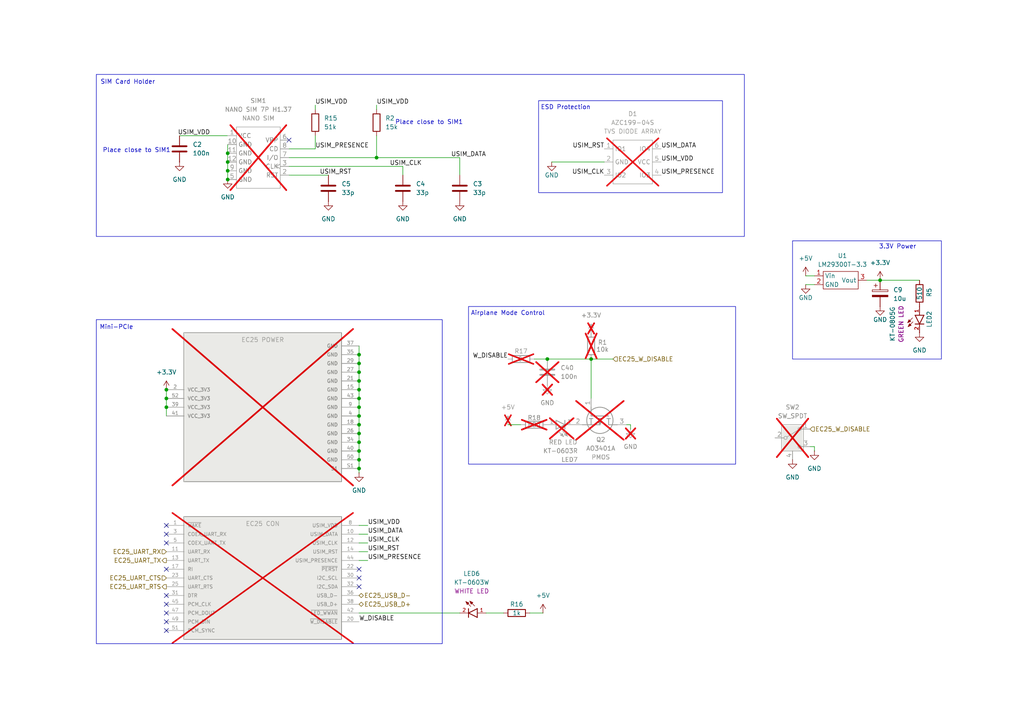
<source format=kicad_sch>
(kicad_sch (version 20250114) (generator "eeschema") (generator_version "9.0")
  (paper "A4")
  (title_block (title "LTE Link") (rev "v0.1") (company "UBCO Aerospace") (comment 1 "Author: Felix Perron"))
  (lib_symbols
    (symbol "Device:C" (pin_numbers (hide yes)) (pin_names (offset 0.254))
      (property "Reference" "C" (at 0.635 2.54 0))
      (property "Value" "C" (at 0.635 -2.54 0))
      (symbol "C_0_1"
        (polyline (pts (xy -2.032 0.762) (xy 2.032 0.762)) (stroke (width 0.508)))
        (polyline (pts (xy -2.032 -0.762) (xy 2.032 -0.762)) (stroke (width 0.508)))
      )
      (symbol "C_1_1"
        (pin passive line (at 0 3.81 270) (length 2.794) (name "~") (number "1"))
        (pin passive line (at 0 -3.81 90) (length 2.794) (name "~") (number "2"))
      )
    )
    (symbol "Device:C_Polarized" (pin_numbers (hide yes)) (pin_names (offset 0.254))
      (property "Reference" "C" (at 0.635 2.54 0))
      (property "Value" "C_Polarized" (at 0.635 -2.54 0))
      (symbol "C_Polarized_0_1"
        (rectangle (start -2.286 0.508) (end 2.286 1.016))
        (polyline (pts (xy -1.778 2.286) (xy -0.762 2.286)))
        (polyline (pts (xy -1.27 2.794) (xy -1.27 1.778)))
        (rectangle (start 2.286 -0.508) (end -2.286 -1.016) (fill (type outline)))
      )
      (symbol "C_Polarized_1_1"
        (pin passive line (at 0 3.81 270) (length 2.794) (name "~") (number "1"))
        (pin passive line (at 0 -3.81 90) (length 2.794) (name "~") (number "2"))
      )
    )
    (symbol "Device:R" (pin_numbers (hide yes)) (pin_names (offset 0))
      (property "Reference" "R" (at 2.032 0 90))
      (property "Value" "R" (at 0 0 90))
      (symbol "R_0_1"
        (rectangle (start -1.016 -2.54) (end 1.016 2.54) (stroke (width 0.254)))
      )
      (symbol "R_1_1"
        (pin passive line (at 0 3.81 270) (length 1.27) (name "~") (number "1"))
        (pin passive line (at 0 -3.81 90) (length 1.27) (name "~") (number "2"))
      )
    )
    (symbol "LTELink:GREEN LED" (pin_names (hide yes))
      (property "Reference" "LED" (at -4.318 9.144 0))
      (property "Value" "KT-0805G" (at -4.318 6.604 0))
      (property "Name" "GREEN LED" (at 1.016 4.826 0))
      (symbol "GREEN LED_0_0"
        (polyline (pts (xy -0.762 3.302) (xy 0.127 2.921) (xy -0.381 2.413) (xy -0.762 3.302)) (stroke (width 0.1524)) (fill (type outline)))
        (polyline (pts (xy 0 0) (xy 0 1.27)) (stroke (width 0.254)))
        (polyline (pts (xy 0 0) (xy 2.54 1.27)) (stroke (width 0.254)))
        (polyline (pts (xy 0 -1.27) (xy 0 0)) (stroke (width 0.254)))
        (polyline (pts (xy 0.381 3.429) (xy 1.27 3.048) (xy 0.762 2.54) (xy 0.381 3.429)) (stroke (width 0.1524)) (fill (type outline)))
        (polyline (pts (xy 0.635 1.905) (xy -0.762 3.302)) (stroke (width 0.1524)))
        (polyline (pts (xy 1.778 2.032) (xy 0.381 3.429)) (stroke (width 0.1524)))
        (polyline (pts (xy 2.54 -1.27) (xy 0 0)) (stroke (width 0.254)))
        (polyline (pts (xy 2.54 -1.27) (xy 2.54 1.27)) (stroke (width 0.254)))
      )
      (symbol "GREEN LED_1_0"
        (pin passive line (at -2.54 0 0) (length 2.54) (name "") (number "2"))
        (pin passive line (at 5.08 0 180) (length 2.54) (name "") (number "1"))
      )
    )
    (symbol "LTELink:LM29300T-3.3"
      (property "Reference" "U" (at 0 0 0))
      (property "Value" "LM29300T-3.3" (at 0 0 0))
      (symbol "LM29300T-3.3_0_1"
        (rectangle (start -2.54 1.27) (end 7.62 -3.81))
      )
      (symbol "LM29300T-3.3_1_1"
        (pin power_in line (at -5.08 0 0) (length 2.54) (name "Vin") (number "1"))
        (pin power_in line (at -5.08 -2.54 0) (length 2.54) (name "GND") (number "2"))
        (pin power_in line (at 10.16 -1.27 180) (length 2.54) (name "Vout") (number "3"))
      )
    )
    (symbol "LTELink:MINI PCIE" (pin_names (offset 1.016))
      (symbol "MINI PCIE_1_0"
        (rectangle (start -22.86 7.62) (end 22.86 -33.02) (stroke (width 0.254)) (fill (type background)))
        (pin power_in line (at -27.94 -8.89 0) (length 5.08) (name "VCC_3V3") (number "2"))
        (pin power_in line (at -27.94 -11.43 0) (length 5.08) (name "VCC_3V3") (number "52"))
        (pin power_in line (at -27.94 -13.97 0) (length 5.08) (name "VCC_3V3") (number "39"))
        (pin power_in line (at -27.94 -16.51 0) (length 5.08) (name "VCC_3V3") (number "41"))
        (pin power_in line (at 27.94 3.81 180) (length 5.08) (name "GND") (number "37"))
        (pin power_in line (at 27.94 1.27 180) (length 5.08) (name "GND") (number "35"))
        (pin power_in line (at 27.94 -1.27 180) (length 5.08) (name "GND") (number "29"))
        (pin power_in line (at 27.94 -3.81 180) (length 5.08) (name "GND") (number "27"))
        (pin power_in line (at 27.94 -6.35 180) (length 5.08) (name "GND") (number "21"))
        (pin power_in line (at 27.94 -8.89 180) (length 5.08) (name "GND") (number "15"))
        (pin power_in line (at 27.94 -11.43 180) (length 5.08) (name "GND") (number "43"))
        (pin power_in line (at 27.94 -13.97 180) (length 5.08) (name "GND") (number "9"))
        (pin power_in line (at 27.94 -16.51 180) (length 5.08) (name "GND") (number "4"))
        (pin power_in line (at 27.94 -19.05 180) (length 5.08) (name "GND") (number "18"))
        (pin power_in line (at 27.94 -21.59 180) (length 5.08) (name "GND") (number "26"))
        (pin power_in line (at 27.94 -24.13 180) (length 5.08) (name "GND") (number "34"))
        (pin power_in line (at 27.94 -26.67 180) (length 5.08) (name "GND") (number "40"))
        (pin power_in line (at 27.94 -29.21 180) (length 5.08) (name "GND") (number "50"))
      )
      (symbol "MINI PCIE_1_1"
        (text "EC25 POWER" (at 0 5.588 0) (effects (font (size 1.27 1.27))))
      )
      (symbol "MINI PCIE_2_0"
        (rectangle (start -22.86 34.29) (end 22.86 -1.27) (stroke (width 0.254)) (fill (type background)))
        (pin open_collector line (at -27.94 31.75 0) (length 5.08) (name "~{WAKE}") (number "1"))
        (pin input line (at -27.94 29.21 0) (length 5.08) (name "COEX_UART_RX") (number "3"))
        (pin output line (at -27.94 26.67 0) (length 5.08) (name "COEX_UART_TX") (number "5"))
        (pin input line (at -27.94 24.13 0) (length 5.08) (name "UART_RX") (number "11"))
        (pin output line (at -27.94 21.59 0) (length 5.08) (name "UART_TX") (number "13"))
        (pin output line (at -27.94 19.05 0) (length 5.08) (name "RI") (number "17"))
        (pin input line (at -27.94 16.51 0) (length 5.08) (name "UART_CTS") (number "23"))
        (pin output line (at -27.94 13.97 0) (length 5.08) (name "UART_RTS") (number "25"))
        (pin input line (at -27.94 11.43 0) (length 5.08) (name "DTR") (number "31"))
        (pin bidirectional line (at -27.94 8.89 0) (length 5.08) (name "PCM_CLK") (number "45"))
        (pin output line (at -27.94 6.35 0) (length 5.08) (name "PCM_DOUT") (number "47"))
        (pin input line (at -27.94 3.81 0) (length 5.08) (name "PCM_DIN") (number "49"))
        (pin bidirectional line (at -27.94 1.27 0) (length 5.08) (name "PCM_SYNC") (number "51"))
        (pin power_out line (at 27.94 31.75 180) (length 5.08) (name "USIM_VDD") (number "8"))
        (pin bidirectional line (at 27.94 29.21 180) (length 5.08) (name "USIM_DATA") (number "10"))
        (pin output line (at 27.94 26.67 180) (length 5.08) (name "USIM_CLK") (number "12"))
        (pin output line (at 27.94 24.13 180) (length 5.08) (name "USIM_RST") (number "14"))
        (pin input line (at 27.94 21.59 180) (length 5.08) (name "USIM_PRESENCE") (number "44"))
        (pin input line (at 27.94 19.05 180) (length 5.08) (name "~{PERST}") (number "22"))
        (pin output line (at 27.94 16.51 180) (length 5.08) (name "I2C_SCL") (number "30"))
        (pin bidirectional line (at 27.94 13.97 180) (length 5.08) (name "I2C_SDA") (number "32"))
        (pin bidirectional line (at 27.94 11.43 180) (length 5.08) (name "USB_D-") (number "36"))
        (pin bidirectional line (at 27.94 8.89 180) (length 5.08) (name "USB_D+") (number "38"))
        (pin open_collector line (at 27.94 6.35 180) (length 5.08) (name "~{LED_WWAN}") (number "42"))
        (pin input line (at 27.94 3.81 180) (length 5.08) (name "~{W_DISABLE}") (number "20"))
        (pin no_connect line (at 59.69 -20.32 0) (length 5.08) (hide yes) (name "RESERVED") (number "33"))
        (pin no_connect line (at 59.69 -22.86 0) (length 5.08) (hide yes) (name "RESERVED") (number "19"))
        (pin no_connect line (at 59.69 -25.4 0) (length 5.08) (hide yes) (name "RESERVED") (number "7"))
        (pin no_connect line (at 59.69 -27.94 0) (length 5.08) (hide yes) (name "NC") (number "48"))
        (pin no_connect line (at 59.69 -30.48 0) (length 5.08) (hide yes) (name "RESERVED") (number "46"))
        (pin no_connect line (at 59.69 -33.02 0) (length 5.08) (hide yes) (name "NC") (number "6"))
        (pin no_connect line (at 59.69 -35.56 0) (length 5.08) (hide yes) (name "RESERVED") (number "16"))
        (pin no_connect line (at 59.69 -38.1 0) (length 5.08) (hide yes) (name "NC") (number "28"))
        (pin no_connect line (at 59.69 -40.64 0) (length 5.08) (hide yes) (name "RESERVED") (number "24"))
      )
      (symbol "MINI PCIE_2_1"
        (text "EC25 CON" (at 0 32.258 0) (effects (font (size 1.27 1.27))))
      )
    )
    (symbol "LTELink:NANO SIM"
      (property "Reference" "SIM" (at -4.826 9.906 0))
      (property "Value" "NANO SIM 7P H1.37" (at 0.254 -10.16 0))
      (property "Name" "NANO SIM" (at 0.254 -12.192 0))
      (symbol "NANO SIM_1_0"
        (rectangle (start -6.35 -8.89) (end 6.35 8.89))
        (pin power_in line (at -8.89 6.35 0) (length 2.54) (name "VCC") (number "1"))
        (pin power_in line (at -8.89 3.81 0) (length 2.54) (name "GND") (number "10"))
        (pin power_in line (at -8.89 1.27 0) (length 2.54) (name "GND") (number "11"))
        (pin power_in line (at -8.89 -1.27 0) (length 2.54) (name "GND") (number "12"))
        (pin power_in line (at -8.89 -3.81 0) (length 2.54) (name "GND") (number "9"))
        (pin power_in line (at -8.89 -6.35 0) (length 2.54) (name "GND") (number "5"))
        (pin power_in line (at 8.89 5.08 180) (length 2.54) (name "VPP") (number "6"))
        (pin passive line (at 8.89 2.54 180) (length 2.54) (name "CD") (number "8"))
        (pin bidirectional line (at 8.89 0 180) (length 2.54) (name "I/O") (number "7"))
        (pin input clock (at 8.89 -2.54 180) (length 2.54) (name "CLK") (number "3"))
        (pin passive line (at 8.89 -5.08 180) (length 2.54) (name "RST") (number "2"))
      )
    )
    (symbol "LTELink:PMOS" (pin_names (hide yes))
      (property "Reference" "Q" (at 11.43 3.81 0))
      (property "Value" "AO3401A" (at 11.43 1.27 0))
      (property "Name" "PMOS" (at 14.224 -2.032 0))
      (symbol "PMOS_1_1"
        (polyline (pts (xy 2.54 0) (xy 5.08 0)) (stroke (width 0.254)))
        (polyline (pts (xy 5.08 5.08) (xy 5.08 0)) (stroke (width 0.254)))
        (polyline (pts (xy 5.842 5.588) (xy 5.842 4.572)) (stroke (width 0.254)))
        (polyline (pts (xy 5.842 2.032) (xy 5.842 3.048)) (stroke (width 0.254)))
        (polyline (pts (xy 5.842 0) (xy 7.62 0)) (stroke (width 0.254)))
        (polyline (pts (xy 5.842 -0.508) (xy 5.842 0.508)) (stroke (width 0.254)))
        (circle (center 6.35 2.54) (radius 3.81) (stroke (width 0.254)))
        (polyline (pts (xy 7.62 5.08) (xy 5.842 5.08)) (stroke (width 0.254)))
        (polyline (pts (xy 7.62 5.08) (xy 7.62 7.62)) (stroke (width 0.254)))
        (polyline (pts (xy 7.62 2.54) (xy 5.842 2.54)) (stroke (width 0.254)))
        (polyline (pts (xy 7.62 2.54) (xy 7.62 -2.54)) (stroke (width 0.254)))
        (polyline (pts (xy 7.62 2.54) (xy 6.604 3.048) (xy 6.604 2.032) (xy 7.62 2.54)) (stroke (width 0.254)) (fill (type outline)))
        (pin passive line (at 0 0 0) (length 2.54) (name "G") (number "1"))
        (pin passive line (at 7.62 10.16 270) (length 2.54) (name "D") (number "3"))
        (pin passive line (at 7.62 -5.08 90) (length 2.54) (name "S") (number "2"))
      )
    )
    (symbol "LTELink:RED LED" (pin_names (hide yes))
      (property "Reference" "LED" (at -3.81 9.398 0))
      (property "Value" "KT-0603R" (at -3.81 6.858 0))
      (property "Name" "RED LED" (at 0.508 5.08 0))
      (symbol "RED LED_0_0"
        (polyline (pts (xy -0.762 3.302) (xy 0.127 2.921) (xy -0.381 2.413) (xy -0.762 3.302)) (stroke (width 0.1524)) (fill (type outline)))
        (polyline (pts (xy 0 0) (xy 0 1.27)) (stroke (width 0.254)))
        (polyline (pts (xy 0 0) (xy 2.54 1.27)) (stroke (width 0.254)))
        (polyline (pts (xy 0 -1.27) (xy 0 0)) (stroke (width 0.254)))
        (polyline (pts (xy 0.381 3.429) (xy 1.27 3.048) (xy 0.762 2.54) (xy 0.381 3.429)) (stroke (width 0.1524)) (fill (type outline)))
        (polyline (pts (xy 0.635 1.905) (xy -0.762 3.302)) (stroke (width 0.1524)))
        (polyline (pts (xy 1.778 2.032) (xy 0.381 3.429)) (stroke (width 0.1524)))
        (polyline (pts (xy 2.54 -1.27) (xy 0 0)) (stroke (width 0.254)))
        (polyline (pts (xy 2.54 -1.27) (xy 2.54 1.27)) (stroke (width 0.254)))
      )
      (symbol "RED LED_1_0"
        (pin passive line (at -2.54 0 0) (length 2.54) (name "") (number "2"))
        (pin passive line (at 5.08 0 180) (length 2.54) (name "") (number "1"))
      )
    )
    (symbol "LTELink:TVS DIODE ARRAY"
      (property "Reference" "D" (at -3.302 0 0))
      (property "Value" "AZC199-04S" (at 2.54 -18.542 0))
      (property "Description" "TVS DIODE ARRAY" (at 4.572 -16.002 0))
      (symbol "TVS DIODE ARRAY_0_0"
        (pin input line (at -6.35 -3.81 0) (length 2.54) (name "IO1") (number "1"))
      )
      (symbol "TVS DIODE ARRAY_0_1"
        (rectangle (start -3.81 -1.27) (end 7.62 -13.97))
      )
      (symbol "TVS DIODE ARRAY_1_0"
        (pin power_in line (at -6.35 -7.62 0) (length 2.54) (name "GND") (number "2"))
        (pin input line (at -6.35 -11.43 0) (length 2.54) (name "IO2") (number "3"))
        (pin input line (at 10.16 -3.81 180) (length 2.54) (name "IO4") (number "6"))
        (pin power_in line (at 10.16 -7.62 180) (length 2.54) (name "VCC") (number "5"))
        (pin input line (at 10.16 -11.43 180) (length 2.54) (name "IO3") (number "4"))
      )
    )
    (symbol "LTELink:WHITE LED" (pin_names (hide yes))
      (property "Reference" "LED" (at -3.81 9.398 0))
      (property "Value" "KT-0603W" (at -3.81 6.858 0))
      (property "Name" "WHITE LED" (at 1.27 5.08 0))
      (symbol "WHITE LED_0_0"
        (polyline (pts (xy -0.762 3.302) (xy 0.127 2.921) (xy -0.381 2.413) (xy -0.762 3.302)) (stroke (width 0.1524)) (fill (type outline)))
        (polyline (pts (xy 0 0) (xy 0 1.27)) (stroke (width 0.254)))
        (polyline (pts (xy 0 0) (xy 2.54 1.27)) (stroke (width 0.254)))
        (polyline (pts (xy 0 -1.27) (xy 0 0)) (stroke (width 0.254)))
        (polyline (pts (xy 0.381 3.429) (xy 1.27 3.048) (xy 0.762 2.54) (xy 0.381 3.429)) (stroke (width 0.1524)) (fill (type outline)))
        (polyline (pts (xy 0.635 1.905) (xy -0.762 3.302)) (stroke (width 0.1524)))
        (polyline (pts (xy 1.778 2.032) (xy 0.381 3.429)) (stroke (width 0.1524)))
        (polyline (pts (xy 2.54 -1.27) (xy 0 0)) (stroke (width 0.254)))
        (polyline (pts (xy 2.54 -1.27) (xy 2.54 1.27)) (stroke (width 0.254)))
      )
      (symbol "WHITE LED_1_0"
        (pin passive line (at -2.54 0 0) (length 2.54) (name "") (number "2"))
        (pin passive line (at 5.08 0 180) (length 2.54) (name "") (number "1"))
      )
    )
    (symbol "MINI PCIE_1" (pin_names (offset 1.016))
      (symbol "MINI PCIE_1_1_0"
        (rectangle (start -22.86 7.62) (end 22.86 -35.56) (stroke (width 0.254)) (fill (type background)))
        (pin power_in line (at -27.94 -8.89 0) (length 5.08) (name "VCC_3V3") (number "2"))
        (pin power_in line (at -27.94 -11.43 0) (length 5.08) (name "VCC_3V3") (number "52"))
        (pin power_in line (at -27.94 -13.97 0) (length 5.08) (name "VCC_3V3") (number "39"))
        (pin power_in line (at -27.94 -16.51 0) (length 5.08) (name "VCC_3V3") (number "41"))
        (pin power_in line (at 27.94 3.81 180) (length 5.08) (name "GND") (number "37"))
        (pin power_in line (at 27.94 1.27 180) (length 5.08) (name "GND") (number "35"))
        (pin power_in line (at 27.94 -1.27 180) (length 5.08) (name "GND") (number "29"))
        (pin power_in line (at 27.94 -3.81 180) (length 5.08) (name "GND") (number "27"))
        (pin power_in line (at 27.94 -6.35 180) (length 5.08) (name "GND") (number "21"))
        (pin power_in line (at 27.94 -8.89 180) (length 5.08) (name "GND") (number "15"))
        (pin power_in line (at 27.94 -11.43 180) (length 5.08) (name "GND") (number "43"))
        (pin power_in line (at 27.94 -13.97 180) (length 5.08) (name "GND") (number "9"))
        (pin power_in line (at 27.94 -16.51 180) (length 5.08) (name "GND") (number "4"))
        (pin power_in line (at 27.94 -19.05 180) (length 5.08) (name "GND") (number "18"))
        (pin power_in line (at 27.94 -21.59 180) (length 5.08) (name "GND") (number "26"))
        (pin power_in line (at 27.94 -24.13 180) (length 5.08) (name "GND") (number "34"))
        (pin power_in line (at 27.94 -26.67 180) (length 5.08) (name "GND") (number "40"))
        (pin power_in line (at 27.94 -29.21 180) (length 5.08) (name "GND") (number "50"))
        (pin passive line (at 27.94 -31.75 180) (length 5.08) (name "S1") (number "S1"))
      )
      (symbol "MINI PCIE_1_1_1"
        (text "EC25 POWER" (at 0 5.588 0) (effects (font (size 1.27 1.27))))
      )
      (symbol "MINI PCIE_1_2_0"
        (rectangle (start -22.86 34.29) (end 22.86 -1.27) (stroke (width 0.254)) (fill (type background)))
        (pin open_collector line (at -27.94 31.75 0) (length 5.08) (name "~{WAKE}") (number "1"))
        (pin input line (at -27.94 29.21 0) (length 5.08) (name "COEX_UART_RX") (number "3"))
        (pin output line (at -27.94 26.67 0) (length 5.08) (name "COEX_UART_TX") (number "5"))
        (pin input line (at -27.94 24.13 0) (length 5.08) (name "UART_RX") (number "11"))
        (pin output line (at -27.94 21.59 0) (length 5.08) (name "UART_TX") (number "13"))
        (pin output line (at -27.94 19.05 0) (length 5.08) (name "RI") (number "17"))
        (pin input line (at -27.94 16.51 0) (length 5.08) (name "UART_CTS") (number "23"))
        (pin output line (at -27.94 13.97 0) (length 5.08) (name "UART_RTS") (number "25"))
        (pin input line (at -27.94 11.43 0) (length 5.08) (name "DTR") (number "31"))
        (pin bidirectional line (at -27.94 8.89 0) (length 5.08) (name "PCM_CLK") (number "45"))
        (pin output line (at -27.94 6.35 0) (length 5.08) (name "PCM_DOUT") (number "47"))
        (pin input line (at -27.94 3.81 0) (length 5.08) (name "PCM_DIN") (number "49"))
        (pin bidirectional line (at -27.94 1.27 0) (length 5.08) (name "PCM_SYNC") (number "51"))
        (pin power_out line (at 27.94 31.75 180) (length 5.08) (name "USIM_VDD") (number "8"))
        (pin bidirectional line (at 27.94 29.21 180) (length 5.08) (name "USIM_DATA") (number "10"))
        (pin output line (at 27.94 26.67 180) (length 5.08) (name "USIM_CLK") (number "12"))
        (pin output line (at 27.94 24.13 180) (length 5.08) (name "USIM_RST") (number "14"))
        (pin input line (at 27.94 21.59 180) (length 5.08) (name "USIM_PRESENCE") (number "44"))
        (pin input line (at 27.94 19.05 180) (length 5.08) (name "~{PERST}") (number "22"))
        (pin output line (at 27.94 16.51 180) (length 5.08) (name "I2C_SCL") (number "30"))
        (pin bidirectional line (at 27.94 13.97 180) (length 5.08) (name "I2C_SDA") (number "32"))
        (pin bidirectional line (at 27.94 11.43 180) (length 5.08) (name "USB_D-") (number "36"))
        (pin bidirectional line (at 27.94 8.89 180) (length 5.08) (name "USB_D+") (number "38"))
        (pin open_collector line (at 27.94 6.35 180) (length 5.08) (name "~{LED_WWAN}") (number "42"))
        (pin input line (at 27.94 3.81 180) (length 5.08) (name "~{W_DISABLE}") (number "20"))
        (pin no_connect line (at 59.69 -20.32 0) (length 5.08) (hide yes) (name "RESERVED") (number "33"))
        (pin no_connect line (at 59.69 -22.86 0) (length 5.08) (hide yes) (name "RESERVED") (number "19"))
        (pin no_connect line (at 59.69 -25.4 0) (length 5.08) (hide yes) (name "RESERVED") (number "7"))
        (pin no_connect line (at 59.69 -27.94 0) (length 5.08) (hide yes) (name "NC") (number "48"))
        (pin no_connect line (at 59.69 -30.48 0) (length 5.08) (hide yes) (name "RESERVED") (number "46"))
        (pin no_connect line (at 59.69 -33.02 0) (length 5.08) (hide yes) (name "NC") (number "6"))
        (pin no_connect line (at 59.69 -35.56 0) (length 5.08) (hide yes) (name "RESERVED") (number "16"))
        (pin no_connect line (at 59.69 -38.1 0) (length 5.08) (hide yes) (name "NC") (number "28"))
        (pin no_connect line (at 59.69 -40.64 0) (length 5.08) (hide yes) (name "RESERVED") (number "24"))
      )
      (symbol "MINI PCIE_1_2_1"
        (text "EC25 CON" (at 0 32.258 0) (effects (font (size 1.27 1.27))))
      )
    )
    (symbol "Switch:SW_SPDT" (pin_names (offset 0) (hide yes))
      (property "Reference" "SW2" (at 0 8.89 0))
      (property "Value" "SW_SPDT" (at 0 6.35 0))
      (symbol "SW_SPDT_0_1"
        (circle (center -2.032 0) (radius 0.4572))
        (polyline (pts (xy -1.651 0.254) (xy 1.651 2.286)))
        (circle (center 2.032 2.54) (radius 0.4572))
        (circle (center 2.032 -2.54) (radius 0.4572))
      )
      (symbol "SW_SPDT_1_1"
        (rectangle (start -3.175 3.81) (end 3.175 -3.81) (fill (type background)))
        (pin passive line (at -5.08 0 0) (length 2.54) (name "B") (number "2"))
        (pin passive line (at 0 -6.35 90) (length 2.54) (name "") (number "4"))
        (pin passive line (at 5.08 2.54 180) (length 2.54) (name "A") (number "1"))
        (pin passive line (at 5.08 -2.54 180) (length 2.54) (name "C") (number "3"))
      )
    )
    (symbol "power:+3.3V" (power) (pin_numbers (hide yes)) (pin_names (offset 0) (hide yes))
      (property "Value" "+3.3V" (at 0 3.556 0))
      (symbol "+3.3V_0_1"
        (polyline (pts (xy -0.762 1.27) (xy 0 2.54)))
        (polyline (pts (xy 0 2.54) (xy 0.762 1.27)))
        (polyline (pts (xy 0 0) (xy 0 2.54)))
      )
      (symbol "+3.3V_1_1"
        (pin power_in line (at 0 0 90) (length 0) (name "~") (number "1"))
      )
    )
    (symbol "power:+5V" (power) (pin_numbers (hide yes)) (pin_names (offset 0) (hide yes))
      (property "Value" "+5V" (at 0 3.556 0))
      (symbol "+5V_0_1"
        (polyline (pts (xy -0.762 1.27) (xy 0 2.54)))
        (polyline (pts (xy 0 2.54) (xy 0.762 1.27)))
        (polyline (pts (xy 0 0) (xy 0 2.54)))
      )
      (symbol "+5V_1_1"
        (pin power_in line (at 0 0 90) (length 0) (name "~") (number "1"))
      )
    )
    (symbol "power:GND" (power) (pin_numbers (hide yes)) (pin_names (offset 0) (hide yes))
      (property "Value" "GND" (at 0 -3.81 0))
      (symbol "GND_0_1"
        (polyline (pts (xy 0 0) (xy 0 -1.27) (xy 1.27 -1.27) (xy 0 -2.54) (xy -1.27 -1.27) (xy 0 -1.27)))
      )
      (symbol "GND_1_1"
        (pin power_in line (at 0 0 270) (length 0) (name "~") (number "1"))
      )
    )
  )
  (rectangle (start 229.87 69.85) (end 273.05 104.14))
  (rectangle (start 156.21 29.21) (end 209.55 55.88))
  (rectangle (start 27.94 21.59) (end 215.9 68.58))
  (rectangle (start 27.94 92.71) (end 128.27 186.69))
  (rectangle (start 135.89 88.9) (end 213.36 134.62))
  (text "Mini-PCIe" (at 33.782 94.996 0) (effects (font (size 1.27 1.27))))
  (text "Place close to SIM1" (at 124.46 35.56 0) (effects (font (size 1.27 1.27))))
  (text "3.3V Power" (at 260.35 71.628 0) (effects (font (size 1.27 1.27))))
  (text "Place close to SIM1" (at 39.624 43.688 0) (effects (font (size 1.27 1.27))))
  (text "ESD Protection" (at 164.084 31.242 0) (effects (font (size 1.27 1.27))))
  (text "SIM Card Holder" (at 37.084 23.876 0) (effects (font (size 1.27 1.27))))
  (text "Airplane Mode Control" (at 147.32 90.932 0) (effects (font (size 1.27 1.27))))
  (junction (at 48.26 113.03))
  (junction (at 104.14 125.73))
  (junction (at 104.14 123.19))
  (junction (at 66.04 46.99))
  (junction (at 171.45 104.14))
  (junction (at 48.26 118.11))
  (junction (at 66.04 52.07))
  (junction (at 104.14 118.11))
  (junction (at 104.14 120.65))
  (junction (at 158.75 104.14))
  (junction (at 104.14 113.03))
  (junction (at 255.27 81.28))
  (junction (at 104.14 102.87))
  (junction (at 104.14 135.89))
  (junction (at 104.14 110.49))
  (junction (at 109.22 45.72))
  (junction (at 104.14 107.95))
  (junction (at 66.04 44.45))
  (junction (at 104.14 115.57))
  (junction (at 104.14 105.41))
  (junction (at 104.14 130.81))
  (junction (at 104.14 128.27))
  (junction (at 104.14 133.35))
  (junction (at 66.04 49.53))
  (junction (at 48.26 115.57))
  (no_connect (at 48.26 175.26))
  (no_connect (at 48.26 177.8))
  (no_connect (at 48.26 172.72))
  (no_connect (at 104.14 170.18))
  (no_connect (at 48.26 180.34))
  (no_connect (at 48.26 165.1))
  (no_connect (at 48.26 154.94))
  (no_connect (at 104.14 167.64))
  (no_connect (at 48.26 157.48))
  (no_connect (at 83.82 40.64))
  (no_connect (at 104.14 165.1))
  (no_connect (at 48.26 182.88))
  (no_connect (at 48.26 152.4))
  (wire (pts (xy 104.14 110.49) (xy 104.14 113.03)))
  (wire (pts (xy 236.22 129.54) (xy 236.22 130.81)))
  (wire (pts (xy 104.14 107.95) (xy 104.14 110.49)))
  (wire (pts (xy 140.97 177.8) (xy 146.05 177.8)))
  (wire (pts (xy 104.14 102.87) (xy 104.14 105.41)))
  (wire (pts (xy 83.82 50.8) (xy 95.25 50.8)))
  (wire (pts (xy 104.14 128.27) (xy 104.14 130.81)))
  (wire (pts (xy 154.94 104.14) (xy 158.75 104.14)))
  (wire (pts (xy 109.22 45.72) (xy 133.35 45.72)))
  (wire (pts (xy 48.26 115.57) (xy 48.26 118.11)))
  (wire (pts (xy 48.26 118.11) (xy 48.26 120.65)))
  (wire (pts (xy 104.14 123.19) (xy 104.14 125.73)))
  (wire (pts (xy 91.44 39.37) (xy 91.44 43.18)))
  (wire (pts (xy 182.88 123.19) (xy 182.88 124.46)))
  (wire (pts (xy 66.04 41.91) (xy 66.04 44.45)))
  (wire (pts (xy 104.14 105.41) (xy 104.14 107.95)))
  (wire (pts (xy 147.32 123.19) (xy 151.13 123.19)))
  (wire (pts (xy 104.14 120.65) (xy 104.14 123.19)))
  (wire (pts (xy 158.75 104.14) (xy 171.45 104.14)))
  (wire (pts (xy 91.44 30.48) (xy 91.44 31.75)))
  (wire (pts (xy 133.35 45.72) (xy 133.35 50.8)))
  (wire (pts (xy 106.68 152.4) (xy 104.14 152.4)))
  (wire (pts (xy 104.14 137.16) (xy 104.14 135.89)))
  (wire (pts (xy 104.14 118.11) (xy 104.14 120.65)))
  (wire (pts (xy 104.14 125.73) (xy 104.14 128.27)))
  (wire (pts (xy 251.46 81.28) (xy 255.27 81.28)))
  (wire (pts (xy 83.82 45.72) (xy 109.22 45.72)))
  (wire (pts (xy 171.45 104.14) (xy 171.45 115.57)))
  (wire (pts (xy 104.14 135.89) (xy 104.14 133.35)))
  (wire (pts (xy 233.68 82.55) (xy 236.22 82.55)))
  (wire (pts (xy 104.14 115.57) (xy 104.14 118.11)))
  (wire (pts (xy 106.68 154.94) (xy 104.14 154.94)))
  (wire (pts (xy 66.04 46.99) (xy 66.04 49.53)))
  (wire (pts (xy 109.22 45.72) (xy 109.22 39.37)))
  (wire (pts (xy 106.68 162.56) (xy 104.14 162.56)))
  (wire (pts (xy 233.68 80.01) (xy 236.22 80.01)))
  (wire (pts (xy 181.61 123.19) (xy 182.88 123.19)))
  (wire (pts (xy 83.82 48.26) (xy 116.84 48.26)))
  (wire (pts (xy 109.22 30.48) (xy 109.22 31.75)))
  (wire (pts (xy 91.44 43.18) (xy 83.82 43.18)))
  (wire (pts (xy 52.07 39.37) (xy 66.04 39.37)))
  (wire (pts (xy 104.14 177.8) (xy 133.35 177.8)))
  (wire (pts (xy 106.68 160.02) (xy 104.14 160.02)))
  (wire (pts (xy 153.67 177.8) (xy 157.48 177.8)))
  (wire (pts (xy 106.68 157.48) (xy 104.14 157.48)))
  (wire (pts (xy 171.45 104.14) (xy 177.8 104.14)))
  (wire (pts (xy 234.95 129.54) (xy 236.22 129.54)))
  (wire (pts (xy 48.26 113.03) (xy 48.26 115.57)))
  (wire (pts (xy 255.27 81.28) (xy 266.7 81.28)))
  (wire (pts (xy 104.14 113.03) (xy 104.14 115.57)))
  (wire (pts (xy 116.84 50.8) (xy 116.84 48.26)))
  (wire (pts (xy 104.14 130.81) (xy 104.14 133.35)))
  (wire (pts (xy 66.04 44.45) (xy 66.04 46.99)))
  (wire (pts (xy 104.14 100.33) (xy 104.14 102.87)))
  (wire (pts (xy 66.04 49.53) (xy 66.04 52.07)))
  (wire (pts (xy 160.02 46.99) (xy 175.26 46.99)))
  (label "USIM_VDD" (at 91.44 30.48 0))
  (label "W_DISABLE" (at 147.32 104.14 180))
  (label "USIM_VDD" (at 60.96 39.37 180))
  (label "USIM_DATA" (at 106.68 154.94 0))
  (label "USIM_CLK" (at 106.68 157.48 0))
  (label "USIM_PRESENCE" (at 191.77 50.8 0))
  (label "USIM_CLK" (at 175.26 50.8 180))
  (label "USIM_PRESENCE" (at 91.44 43.18 0))
  (label "USIM_DATA" (at 130.81 45.72 0))
  (label "USIM_VDD" (at 191.77 46.99 0))
  (label "USIM_CLK" (at 113.03 48.26 0))
  (label "USIM_VDD" (at 109.22 30.48 0))
  (label "USIM_PRESENCE" (at 106.68 162.56 0))
  (label "W_DISABLE" (at 104.14 180.34 0))
  (label "USIM_RST" (at 106.68 160.02 0))
  (label "USIM_RST" (at 92.71 50.8 0))
  (label "USIM_DATA" (at 191.77 43.18 0))
  (label "USIM_VDD" (at 106.68 152.4 0))
  (label "USIM_RST" (at 175.26 43.18 180))
  (hierarchical_label "EC25_W_DISABLE" (shape input) (at 234.95 124.46 0))
  (hierarchical_label "EC25_USB_D+" (shape bidirectional) (at 104.14 175.26 0))
  (hierarchical_label "EC25_USB_D-" (shape bidirectional) (at 104.14 172.72 0))
  (hierarchical_label "EC25_UART_RX" (shape input) (at 48.26 160.02 180))
  (hierarchical_label "EC25_UART_RTS" (shape output) (at 48.26 170.18 180))
  (hierarchical_label "EC25_UART_CTS" (shape input) (at 48.26 167.64 180))
  (hierarchical_label "EC25_UART_TX" (shape output) (at 48.26 162.56 180))
  (hierarchical_label "EC25_W_DISABLE" (shape input) (at 177.8 104.14 0))
  (symbol (lib_id "Device:R") (at 151.13 104.14 90) (unit 1) (exclude_from_sim yes) (in_bom no) (on_board no) (dnp yes)
    (property "Reference" "R17" (at 151.13 101.854 90))
    (property "Value" "0" (at 150.876 104.14 90))
    (property "Footprint" "Resistor_SMD:R_0402_1005Metric" (effects (hide yes)))
    (property "Description" "Resistor" (effects (hide yes)))
  )
  (symbol (lib_id "power:GND") (at 160.02 46.99 0) (unit 1)
    (property "Reference" "#PWR24" (effects (hide yes)))
    (property "Value" "GND" (at 160.02 50.8 0))
    (property "Description" "Power symbol creates a global label with name \"GND\" , ground" (effects (hide yes)))
  )
  (symbol (lib_id "LTELink:MINI PCIE") (at 76.2 184.15 0) (unit 2) (in_bom no) (dnp yes)
    (property "Reference" "J4" (effects (hide yes)))
    (property "Value" "1759547-1" (effects (hide yes)))
    (property "Footprint" "LTELink:TE_1759547-1" (effects (hide yes)))
    (property "MANUFACTURER" "TE Connectivity" (effects (hide yes)))
  )
  (symbol (lib_id "power:+5V") (at 147.32 123.19 0) (unit 1) (exclude_from_sim yes) (in_bom no) (on_board no) (dnp yes)
    (property "Reference" "#PWR21" (effects (hide yes)))
    (property "Value" "+5V" (at 147.32 118.11 0))
    (property "Description" "Power symbol creates a global label with name \"+5V\"" (effects (hide yes)))
  )
  (symbol (lib_id "power:GND") (at 266.7 96.52 0) (unit 1)
    (property "Reference" "#PWR074" (effects (hide yes)))
    (property "Value" "GND" (at 266.7 101.6 0))
    (property "Description" "Power symbol creates a global label with name \"GND\" , ground" (effects (hide yes)))
  )
  (symbol (lib_id "power:GND") (at 236.22 130.81 0) (unit 1)
    (property "Reference" "#PWR4" (effects (hide yes)))
    (property "Value" "GND" (at 236.22 135.89 0))
    (property "Description" "Power symbol creates a global label with name \"GND\" , ground" (effects (hide yes)))
  )
  (symbol (lib_id "Device:C") (at 133.35 54.61 0) (unit 1)
    (property "Reference" "C3" (at 137.16 53.3399 0) (effects (justify left)))
    (property "Value" "33p" (at 137.16 55.8799 0) (effects (justify left)))
    (property "Footprint" "Capacitor_SMD:C_0402_1005Metric" (effects (hide yes)))
    (property "Description" "Unpolarized capacitor" (effects (hide yes)))
  )
  (symbol (lib_id "power:+3.3V") (at 255.27 81.28 0) (unit 1)
    (property "Reference" "#PWR070" (effects (hide yes)))
    (property "Value" "+3.3V" (at 255.27 76.2 0))
    (property "Description" "Power symbol creates a global label with name \"+3.3V\"" (effects (hide yes)))
  )
  (symbol (lib_id "Switch:SW_SPDT") (at 229.87 127 0) (unit 1) (exclude_from_sim yes) (in_bom no) (on_board no) (dnp yes)
    (property "Reference" "SW2" (at 229.87 118.11 0))
    (property "Value" "SW_SPDT" (at 229.87 120.65 0))
    (property "Footprint" "LTELink:SW-TH_SS-12F45-GXXX" (effects (hide yes)))
    (property "Description" "Switch, single pole double throw" (effects (hide yes)))
  )
  (symbol (lib_id "LTELink:TVS DIODE ARRAY") (at 181.61 39.37 0) (unit 1) (in_bom no) (dnp yes)
    (property "Reference" "D1" (at 183.515 33.02 0))
    (property "Value" "AZC199-04S" (at 183.515 35.56 0))
    (property "Footprint" "Package_TO_SOT_SMD:SOT-23-6_Handsoldering" (effects (hide yes)))
    (property "Datasheet" "https://www.lcsc.com/datasheet/C2901321.pdf" (effects (hide yes)))
    (property "Description" "TVS DIODE ARRAY" (at 183.515 38.1 0))
  )
  (symbol (lib_id "LTELink:LM29300T-3.3") (at 241.3 80.01 0) (unit 1)
    (property "Reference" "U1" (at 244.348 74.168 0))
    (property "Value" "LM29300T-3.3" (at 244.348 76.708 0))
    (property "Footprint" "Package_TO_SOT_THT:TO-220-3_Horizontal_TabDown" (effects (hide yes)))
    (property "Description" "3.3V LDO" (effects (hide yes)))
  )
  (symbol (lib_id "power:GND") (at 66.04 52.07 0) (unit 1)
    (property "Reference" "#PWR6" (effects (hide yes)))
    (property "Value" "GND" (at 66.04 57.15 0))
    (property "Description" "Power symbol creates a global label with name \"GND\" , ground" (effects (hide yes)))
  )
  (symbol (lib_id "power:+3.3V") (at 171.45 96.52 0) (unit 1) (exclude_from_sim yes) (in_bom no) (on_board no) (dnp yes)
    (property "Reference" "#PWR7" (effects (hide yes)))
    (property "Value" "+3.3V" (at 171.45 91.44 0))
    (property "Description" "Power symbol creates a global label with name \"+3.3V\"" (effects (hide yes)))
  )
  (symbol (lib_id "power:GND") (at 233.68 82.55 0) (unit 1)
    (property "Reference" "#PWR069" (effects (hide yes)))
    (property "Value" "GND" (at 233.68 86.36 0))
    (property "Description" "Power symbol creates a global label with name \"GND\" , ground" (effects (hide yes)))
  )
  (symbol (lib_id "power:GND") (at 182.88 124.46 0) (unit 1) (exclude_from_sim yes) (in_bom no) (on_board no) (dnp yes)
    (property "Reference" "#PWR5" (effects (hide yes)))
    (property "Value" "GND" (at 182.88 129.54 0))
    (property "Description" "Power symbol creates a global label with name \"GND\" , ground" (effects (hide yes)))
  )
  (symbol (lib_id "LTELink:NANO SIM") (at 74.93 45.72 0) (unit 1) (in_bom no) (dnp yes)
    (property "Reference" "SIM1" (at 74.93 29.21 0))
    (property "Value" "NANO SIM 7P H1.37" (at 74.93 31.75 0))
    (property "Footprint" "LTELink:SIM-SMD_NANO-SIM-7P-H1.37" (effects (hide yes)))
    (property "Datasheet" "https://item.szlcsc.com/datasheet/NANO%2520SIM%25207P%2520H1.37/8629771.html" (effects (hide yes)))
    (property "Description" "Card Connection Mode:Push-Push Card Type:Nano-SIM Card Connector Type:Connector and Ejector Card Detection:With Card Detect Supplementary Features:- Height Above Board:1.37mm Operating Temperature:-40°C~+70°C Operating Temperature:-40°C~+70°C" (effects (hide yes)))
    (property "Name" "NANO SIM" (at 74.93 34.29 0))
  )
  (symbol (lib_id "Device:C") (at 52.07 43.18 0) (unit 1)
    (property "Reference" "C2" (at 55.88 41.9099 0) (effects (justify left)))
    (property "Value" "100n" (at 55.88 44.4499 0) (effects (justify left)))
    (property "Footprint" "Capacitor_SMD:C_0402_1005Metric" (effects (hide yes)))
    (property "Description" "Unpolarized capacitor" (effects (hide yes)))
  )
  (symbol (lib_id "LTELink:RED LED") (at 163.83 123.19 180) (unit 1) (exclude_from_sim yes) (in_bom no) (on_board no) (dnp yes)
    (property "Reference" "LED7" (at 167.64 132.588 0) (effects (justify left bottom)))
    (property "Value" "KT-0603R" (at 167.64 130.048 0) (effects (justify left bottom)))
    (property "Footprint" "LED_SMD:LED_0603_1608Metric" (effects (hide yes)))
    (property "Datasheet" "https://datasheet.lcsc.com/szlcsc/Hubei-KENTO-Elec-KT-0603R_C2286.pdf" (effects (hide yes)))
    (property "Description" "Red LED" (effects (hide yes)))
    (property "Name" "RED LED" (at 163.322 128.27 0))
  )
  (symbol (lib_id "Device:R") (at 171.45 100.33 0) (unit 1) (exclude_from_sim yes) (in_bom no) (on_board no) (dnp yes)
    (property "Reference" "R1" (at 174.752 99.314 0))
    (property "Value" "10k" (at 174.752 101.346 0))
    (property "Footprint" "Resistor_SMD:R_0402_1005Metric" (effects (hide yes)))
    (property "Description" "Resistor" (effects (hide yes)))
  )
  (symbol (lib_id "Device:R") (at 154.94 123.19 90) (unit 1) (exclude_from_sim yes) (in_bom no) (on_board no) (dnp yes)
    (property "Reference" "R18" (at 154.94 121.158 90))
    (property "Value" "680" (at 154.94 123.19 90))
    (property "Footprint" "Resistor_SMD:R_0402_1005Metric" (effects (hide yes)))
    (property "Description" "Resistor" (effects (hide yes)))
  )
  (symbol (lib_id "power:+5V") (at 157.48 177.8 0) (unit 1)
    (property "Reference" "#PWR3" (effects (hide yes)))
    (property "Value" "+5V" (at 157.48 172.72 0))
    (property "Description" "Power symbol creates a global label with name \"+5V\"" (effects (hide yes)))
  )
  (symbol (lib_id "Device:R") (at 91.44 35.56 0) (unit 1)
    (property "Reference" "R15" (at 93.98 34.2899 0) (effects (justify left)))
    (property "Value" "51k" (at 93.98 36.8299 0) (effects (justify left)))
    (property "Footprint" "Resistor_SMD:R_0402_1005Metric" (effects (hide yes)))
    (property "Description" "Resistor" (effects (hide yes)))
  )
  (symbol (lib_name "MINI PCIE_1") (lib_id "LTELink:MINI PCIE") (at 76.2 104.14 0) (unit 1) (in_bom no) (dnp yes)
    (property "Reference" "J4" (effects (hide yes)))
    (property "Value" "1759547-1" (effects (hide yes)))
    (property "Footprint" "LTELink:TE_1759547-1" (effects (hide yes)))
    (property "MANUFACTURER" "TE Connectivity" (effects (hide yes)))
  )
  (symbol (lib_id "LTELink:GREEN LED") (at 266.7 93.98 90) (unit 1)
    (property "Reference" "LED2" (at 270.256 90.17 0) (effects (justify right bottom)))
    (property "Value" "KT-0805G" (at 259.588 88.9 0) (effects (justify right bottom)))
    (property "Footprint" "LED_SMD:LED_0805_2012Metric" (effects (hide yes)))
    (property "Datasheet" "https://jlcpcb.com/api/file/downloadByFileSystemAccessId/8639582106239348736" (effects (hide yes)))
    (property "Description" "Emerald Green 0805 LED Indication 100 mW 60 mA 5 V -40C ~ + 85C - Discrete ROHS,Package ( L/W/H ) : 2.0*1.25*0.85 mm" (effects (hide yes)))
    (property "Name" "GREEN LED" (at 261.366 93.98 0))
  )
  (symbol (lib_id "power:GND") (at 158.75 111.76 0) (unit 1) (exclude_from_sim yes) (in_bom no) (on_board no) (dnp yes)
    (property "Reference" "#PWR1" (effects (hide yes)))
    (property "Value" "GND" (at 158.75 116.84 0))
    (property "Description" "Power symbol creates a global label with name \"GND\" , ground" (effects (hide yes)))
  )
  (symbol (lib_id "power:GND") (at 95.25 58.42 0) (unit 1)
    (property "Reference" "#PWR25" (effects (hide yes)))
    (property "Value" "GND" (at 95.25 63.5 0))
    (property "Description" "Power symbol creates a global label with name \"GND\" , ground" (effects (hide yes)))
  )
  (symbol (lib_id "LTELink:WHITE LED") (at 135.89 177.8 0) (unit 1)
    (property "Reference" "LED6" (at 136.8044 166.37 0))
    (property "Value" "KT-0603W" (at 136.8044 168.91 0))
    (property "Footprint" "LED_SMD:LED_0603_1608Metric" (effects (hide yes)))
    (property "Datasheet" "https://jlcpcb.com/api/file/downloadByFileSystemAccessId/8550724001388785664" (effects (hide yes)))
    (property "Description" "White LED" (effects (hide yes)))
    (property "Name" "WHITE LED" (at 136.8044 171.45 0))
  )
  (symbol (lib_id "power:GND") (at 52.07 46.99 0) (unit 1)
    (property "Reference" "#PWR10" (effects (hide yes)))
    (property "Value" "GND" (at 52.07 52.07 0))
    (property "Description" "Power symbol creates a global label with name \"GND\" , ground" (effects (hide yes)))
  )
  (symbol (lib_id "power:+3.3V") (at 48.26 113.03 0) (unit 1)
    (property "Reference" "#PWR38" (effects (hide yes)))
    (property "Value" "+3.3V" (at 48.26 107.95 0))
    (property "Description" "Power symbol creates a global label with name \"+3.3V\"" (effects (hide yes)))
  )
  (symbol (lib_id "power:GND") (at 229.87 133.35 0) (unit 1)
    (property "Reference" "#PWR061" (effects (hide yes)))
    (property "Value" "GND" (at 229.87 138.43 0))
    (property "Description" "Power symbol creates a global label with name \"GND\" , ground" (effects (hide yes)))
  )
  (symbol (lib_id "Device:R") (at 109.22 35.56 0) (unit 1)
    (property "Reference" "R2" (at 111.76 34.2899 0) (effects (justify left)))
    (property "Value" "15k" (at 111.76 36.8299 0) (effects (justify left)))
    (property "Footprint" "Resistor_SMD:R_0402_1005Metric" (effects (hide yes)))
    (property "Description" "Resistor" (effects (hide yes)))
  )
  (symbol (lib_id "LTELink:PMOS") (at 171.45 115.57 270) (unit 1) (exclude_from_sim yes) (in_bom no) (on_board no) (dnp yes)
    (property "Reference" "Q2" (at 174.244 127.508 90))
    (property "Value" "AO3401A" (at 174.244 130.048 90))
    (property "Footprint" "Package_TO_SOT_SMD:TSOT-23" (effects (hide yes)))
    (property "Datasheet" "http://www.aosmd.com/pdfs/datasheet/AO3401A.pdf" (effects (hide yes)))
    (property "Description" "30V P-Channel MOSFET" (effects (hide yes)))
    (property "Name" "PMOS" (at 174.244 132.588 90))
  )
  (symbol (lib_id "power:GND") (at 116.84 58.42 0) (unit 1)
    (property "Reference" "#PWR8" (effects (hide yes)))
    (property "Value" "GND" (at 116.84 63.5 0))
    (property "Description" "Power symbol creates a global label with name \"GND\" , ground" (effects (hide yes)))
  )
  (symbol (lib_id "power:GND") (at 133.35 58.42 0) (unit 1)
    (property "Reference" "#PWR9" (effects (hide yes)))
    (property "Value" "GND" (at 133.35 63.5 0))
    (property "Description" "Power symbol creates a global label with name \"GND\" , ground" (effects (hide yes)))
  )
  (symbol (lib_id "power:GND") (at 255.27 88.9 0) (unit 1)
    (property "Reference" "#PWR071" (effects (hide yes)))
    (property "Value" "GND" (at 255.27 92.71 0))
    (property "Description" "Power symbol creates a global label with name \"GND\" , ground" (effects (hide yes)))
  )
  (symbol (lib_id "Device:C") (at 158.75 107.95 0) (unit 1) (exclude_from_sim yes) (in_bom no) (on_board no) (dnp yes)
    (property "Reference" "C40" (at 162.56 106.6799 0) (effects (justify left)))
    (property "Value" "100n" (at 162.56 109.2199 0) (effects (justify left)))
    (property "Footprint" "Capacitor_SMD:C_0402_1005Metric" (effects (hide yes)))
    (property "Description" "Unpolarized capacitor" (effects (hide yes)))
  )
  (symbol (lib_id "Device:R") (at 149.86 177.8 90) (unit 1)
    (property "Reference" "R16" (at 149.86 175.26 90))
    (property "Value" "1k" (at 149.86 177.8 90))
    (property "Footprint" "Resistor_SMD:R_0402_1005Metric" (effects (hide yes)))
    (property "Description" "Resistor" (effects (hide yes)))
  )
  (symbol (lib_id "Device:C") (at 116.84 54.61 0) (unit 1)
    (property "Reference" "C4" (at 120.65 53.3399 0) (effects (justify left)))
    (property "Value" "33p" (at 120.65 55.8799 0) (effects (justify left)))
    (property "Footprint" "Capacitor_SMD:C_0402_1005Metric" (effects (hide yes)))
    (property "Description" "Unpolarized capacitor" (effects (hide yes)))
  )
  (symbol (lib_id "Device:C") (at 95.25 54.61 0) (unit 1)
    (property "Reference" "C5" (at 99.06 53.3399 0) (effects (justify left)))
    (property "Value" "33p" (at 99.06 55.8799 0) (effects (justify left)))
    (property "Footprint" "Capacitor_SMD:C_0402_1005Metric" (effects (hide yes)))
    (property "Description" "Unpolarized capacitor" (effects (hide yes)))
  )
  (symbol (lib_id "Device:R") (at 266.7 85.09 180) (unit 1)
    (property "Reference" "R5" (at 269.494 84.836 90))
    (property "Value" "510" (at 266.7 85.09 90))
    (property "Footprint" "Resistor_SMD:R_0402_1005Metric" (effects (hide yes)))
    (property "Description" "Resistor" (effects (hide yes)))
  )
  (symbol (lib_id "power:GND") (at 104.14 137.16 0) (unit 1)
    (property "Reference" "#PWR12" (effects (hide yes)))
    (property "Value" "GND" (at 104.14 142.24 0))
    (property "Description" "Power symbol creates a global label with name \"GND\" , ground" (effects (hide yes)))
  )
  (symbol (lib_id "Device:C_Polarized") (at 255.27 85.09 0) (unit 1)
    (property "Reference" "C9" (at 259.08 84.074 0) (effects (justify left)))
    (property "Value" "10u" (at 259.08 86.614 0) (effects (justify left)))
    (property "Footprint" "Capacitor_SMD:C_0603_1608Metric" (effects (hide yes)))
    (property "Description" "Polarized capacitor" (effects (hide yes)))
    (property "Part Number" "CL10A106KP8NNNC" (effects (hide yes)))
  )
  (symbol (lib_id "power:+5V") (at 233.68 80.01 0) (unit 1)
    (property "Reference" "#PWR068" (effects (hide yes)))
    (property "Value" "+5V" (at 233.68 74.93 0))
    (property "Description" "Power symbol creates a global label with name \"+5V\"" (effects (hide yes)))
  )
)
</source>
